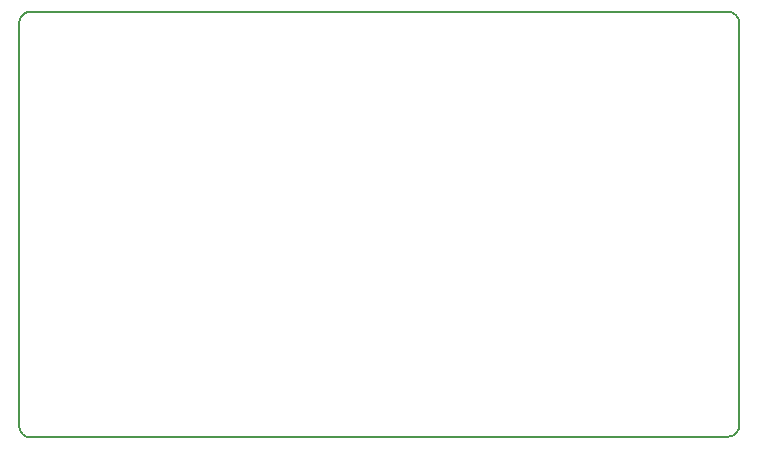
<source format=gbr>
%TF.GenerationSoftware,KiCad,Pcbnew,5.1.10*%
%TF.CreationDate,2021-11-02T12:22:44+00:00*%
%TF.ProjectId,BST900-ESP32,42535439-3030-42d4-9553-5033322e6b69,0.3*%
%TF.SameCoordinates,Original*%
%TF.FileFunction,Profile,NP*%
%FSLAX46Y46*%
G04 Gerber Fmt 4.6, Leading zero omitted, Abs format (unit mm)*
G04 Created by KiCad (PCBNEW 5.1.10) date 2021-11-02 12:22:44*
%MOMM*%
%LPD*%
G01*
G04 APERTURE LIST*
%TA.AperFunction,Profile*%
%ADD10C,0.150000*%
%TD*%
G04 APERTURE END LIST*
D10*
X112000000Y-97050000D02*
G75*
G03*
X113000000Y-98050000I1000000J0D01*
G01*
X172000000Y-98000000D02*
G75*
G03*
X173000000Y-97000000I0J1000000D01*
G01*
X173000000Y-63000000D02*
G75*
G03*
X172000000Y-62000000I-1000000J0D01*
G01*
X113000000Y-62000000D02*
G75*
G03*
X112000000Y-63000000I0J-1000000D01*
G01*
X112000000Y-97050000D02*
X112000000Y-63000000D01*
X172000000Y-98000000D02*
X113000000Y-98050000D01*
X173000000Y-63000000D02*
X173000000Y-97000000D01*
X113000000Y-62000000D02*
X172000000Y-62000000D01*
M02*

</source>
